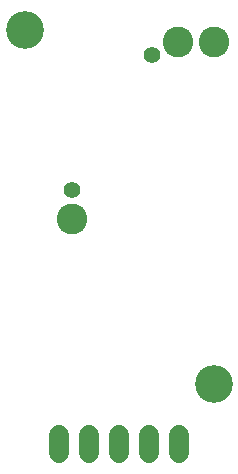
<source format=gbr>
G04 EAGLE Gerber RS-274X export*
G75*
%MOMM*%
%FSLAX34Y34*%
%LPD*%
%INSoldermask Top*%
%IPPOS*%
%AMOC8*
5,1,8,0,0,1.08239X$1,22.5*%
G01*
%ADD10C,3.203200*%
%ADD11C,1.727200*%
%ADD12C,2.603200*%
%ADD13C,1.389600*%


D10*
X30000Y380000D03*
X190000Y80000D03*
D11*
X160800Y37620D02*
X160800Y22380D01*
X135400Y22380D02*
X135400Y37620D01*
X110000Y37620D02*
X110000Y22380D01*
X84600Y22380D02*
X84600Y37620D01*
X59200Y37620D02*
X59200Y22380D01*
D12*
X190000Y370000D03*
X160000Y370000D03*
D13*
X137500Y358900D03*
X70000Y245000D03*
D12*
X70000Y220000D03*
M02*

</source>
